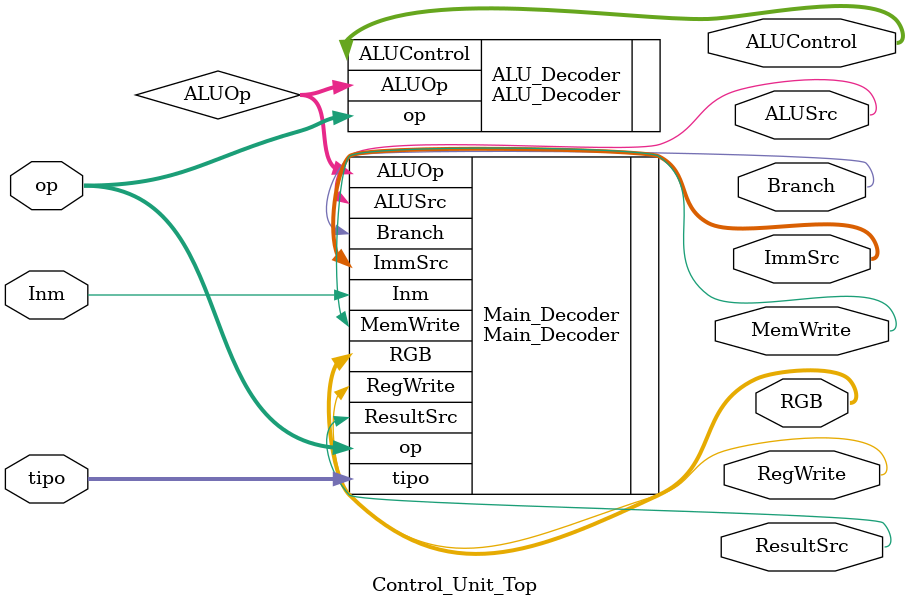
<source format=sv>
module Control_Unit_Top(
    input [1:0] tipo,   // Tipo de instrucción
    input [1:0] op,     // Operación específica
    input Inm,          // Bit de inmediato
	 
    output RegWrite,    // Habilitar escritura en registros
    output [1:0] ImmSrc,  // Fuente del inmediato
    output ALUSrc,      // Selección entre registro o inmediato en la ALU
    output MemWrite,    // Habilitar escritura en memoria
    output ResultSrc,   // Selección del resultado (ALU/memoria)
    output Branch,      // Indicar si es una instrucción de salto condicional
    output [2:0] ALUControl,  // Control para la ALU
	 output [1:0] RGB //Indica el color que debe acceder a mem
);

    // Señal interna para ALUOp, que determinará la operación de la ALU
    wire [1:0] ALUOp;

    // Instancia del decodificador principal
    Main_Decoder Main_Decoder(
        .tipo(tipo),
        .op(op),
        .Inm(Inm),
		  
        .RegWrite(RegWrite),
        .ImmSrc(ImmSrc),
        .MemWrite(MemWrite),
        .ResultSrc(ResultSrc),
        .Branch(Branch),
        .ALUSrc(ALUSrc),
        .ALUOp(ALUOp),
		  .RGB(RGB)
    );

    // Instancia del decodificador de la ALU
    ALU_Decoder ALU_Decoder(
        .ALUOp(ALUOp),
        .op(op),
		  
        .ALUControl(ALUControl)
    );

endmodule

</source>
